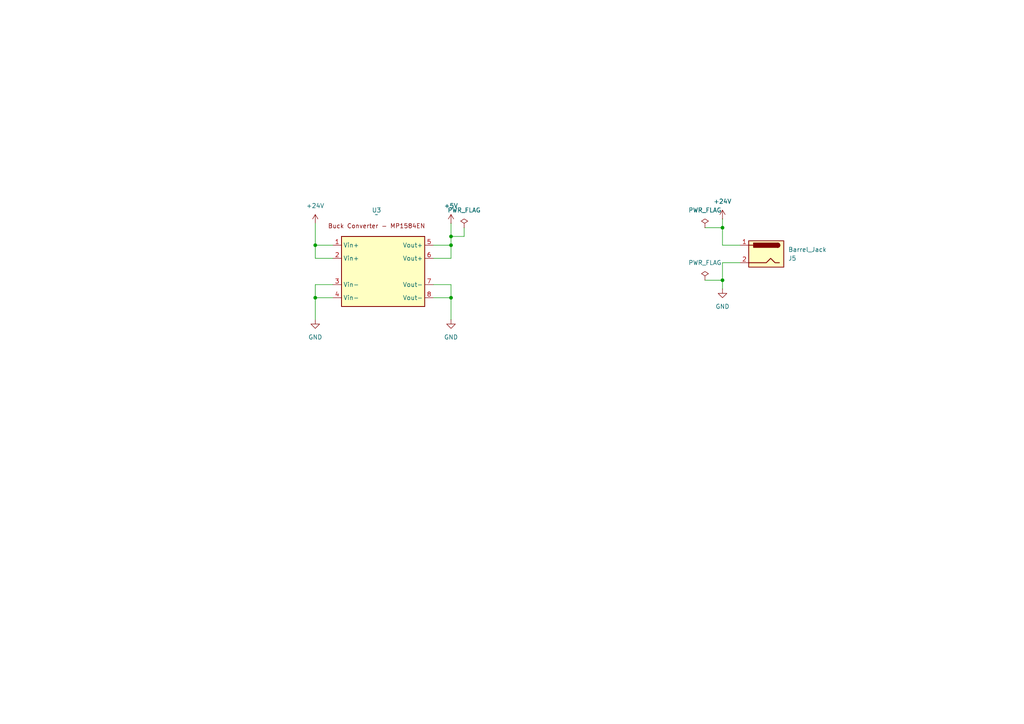
<source format=kicad_sch>
(kicad_sch (version 20231120) (generator "eeschema") (generator_version "8.0")
  (paper "A4")
  (lib_symbols
    (symbol "Connector:Barrel_Jack" (pin_names (offset 1.016))
      (property "Reference" "J" (at 0 5.334 0))
      (property "Value" "Barrel_Jack" (at 0 -5.08 0))
      (symbol "Barrel_Jack_0_1"
        (rectangle (start -5.08 3.81) (end 5.08 -3.81) (stroke (width 0.254)) (fill (type background)))
        (arc (start -3.302 3.175) (mid -3.9343 2.54) (end -3.302 1.905) (stroke (width 0.254)))
        (arc (start -3.302 3.175) (mid -3.9343 2.54) (end -3.302 1.905) (stroke (width 0.254)) (fill (type outline)))
        (polyline (pts (xy 5.08 2.54) (xy 3.81 2.54)) (stroke (width 0.254)))
        (polyline (pts (xy -3.81 -2.54) (xy -2.54 -2.54) (xy -1.27 -1.27) (xy 0 -2.54) (xy 2.54 -2.54) (xy 5.08 -2.54)) (stroke (width 0.254)))
        (rectangle (start 3.683 3.175) (end -3.302 1.905) (stroke (width 0.254)) (fill (type outline)))
      )
      (symbol "Barrel_Jack_1_1"
        (pin passive line (at 7.62 2.54 180) (length 2.54) (name "~") (number "1"))
        (pin passive line (at 7.62 -2.54 180) (length 2.54) (name "~") (number "2"))
      )
    )
    (symbol "New_Library:Buck_7V-24V_5V"
      (property "Reference" "U" (at 0 0 0))
      (symbol "Buck_7V-24V_5V_0_1"
        (rectangle (start -11.43 -6.35) (end 12.7 -26.67) (stroke (width 0.254)) (fill (type background)))
      )
      (symbol "Buck_7V-24V_5V_1_1"
        (text "Buck Converter - MP1584EN" (at -1.27 -3.302 0) (effects (font (size 1.27 1.27))))
        (pin input line (at -13.97 -8.89 0) (length 2.54) (name "Vin+") (number "1"))
        (pin input line (at -13.97 -12.7 0) (length 2.54) (name "Vin+") (number "2"))
        (pin power_in line (at -13.97 -20.32 0) (length 2.54) (name "Vin-") (number "3"))
        (pin power_in line (at -13.97 -24.13 0) (length 2.54) (name "Vin-") (number "4"))
        (pin output line (at 15.24 -8.89 180) (length 2.54) (name "Vout+") (number "5"))
        (pin output line (at 15.24 -12.7 180) (length 2.54) (name "Vout+") (number "6"))
        (pin output line (at 15.24 -20.32 180) (length 2.54) (name "Vout-") (number "7"))
        (pin output line (at 15.24 -24.13 180) (length 2.54) (name "Vout-") (number "8"))
      )
    )
    (symbol "power:+24V" (power) (pin_numbers hide) (pin_names (offset 0) hide)
      (property "Value" "+24V" (at 0 3.556 0))
      (symbol "+24V_0_1"
        (polyline (pts (xy -0.762 1.27) (xy 0 2.54)))
        (polyline (pts (xy 0 0) (xy 0 2.54)))
        (polyline (pts (xy 0 2.54) (xy 0.762 1.27)))
      )
      (symbol "+24V_1_1"
        (pin power_in line (at 0 0 90) (length 0) (name "~") (number "1"))
      )
    )
    (symbol "power:+5V" (power) (pin_numbers hide) (pin_names (offset 0) hide)
      (property "Value" "+5V" (at 0 3.556 0))
      (symbol "+5V_0_1"
        (polyline (pts (xy -0.762 1.27) (xy 0 2.54)))
        (polyline (pts (xy 0 0) (xy 0 2.54)))
        (polyline (pts (xy 0 2.54) (xy 0.762 1.27)))
      )
      (symbol "+5V_1_1"
        (pin power_in line (at 0 0 90) (length 0) (name "~") (number "1"))
      )
    )
    (symbol "power:GND" (power) (pin_numbers hide) (pin_names (offset 0) hide)
      (property "Value" "GND" (at 0 -3.81 0))
      (symbol "GND_0_1"
        (polyline (pts (xy 0 0) (xy 0 -1.27) (xy 1.27 -1.27) (xy 0 -2.54) (xy -1.27 -1.27) (xy 0 -1.27)))
      )
      (symbol "GND_1_1"
        (pin power_in line (at 0 0 270) (length 0) (name "~") (number "1"))
      )
    )
    (symbol "power:PWR_FLAG" (power) (pin_numbers hide) (pin_names (offset 0) hide)
      (property "Value" "PWR_FLAG" (at 0 3.81 0))
      (symbol "PWR_FLAG_0_0"
        (pin power_out line (at 0 0 90) (length 0) (name "~") (number "1"))
      )
      (symbol "PWR_FLAG_0_1"
        (polyline (pts (xy 0 0) (xy 0 1.27) (xy -1.016 1.905) (xy 0 2.54) (xy 1.016 1.905) (xy 0 1.27)))
      )
    )
  )
  (junction (at 130.81 71.12))
  (junction (at 130.81 86.36))
  (junction (at 209.55 81.28))
  (junction (at 91.44 86.36))
  (junction (at 91.44 71.12))
  (junction (at 130.81 68.58))
  (junction (at 209.55 66.04))
  (wire (pts (xy 204.47 81.28) (xy 209.55 81.28)))
  (wire (pts (xy 209.55 66.04) (xy 209.55 63.5)))
  (wire (pts (xy 91.44 86.36) (xy 91.44 92.71)))
  (wire (pts (xy 209.55 76.2) (xy 209.55 81.28)))
  (wire (pts (xy 130.81 64.77) (xy 130.81 68.58)))
  (wire (pts (xy 130.81 71.12) (xy 125.73 71.12)))
  (wire (pts (xy 96.52 74.93) (xy 91.44 74.93)))
  (wire (pts (xy 91.44 74.93) (xy 91.44 71.12)))
  (wire (pts (xy 209.55 71.12) (xy 209.55 66.04)))
  (wire (pts (xy 125.73 86.36) (xy 130.81 86.36)))
  (wire (pts (xy 209.55 81.28) (xy 209.55 83.82)))
  (wire (pts (xy 130.81 71.12) (xy 130.81 74.93)))
  (wire (pts (xy 130.81 86.36) (xy 130.81 92.71)))
  (wire (pts (xy 125.73 82.55) (xy 130.81 82.55)))
  (wire (pts (xy 214.63 76.2) (xy 209.55 76.2)))
  (wire (pts (xy 214.63 71.12) (xy 209.55 71.12)))
  (wire (pts (xy 96.52 82.55) (xy 91.44 82.55)))
  (wire (pts (xy 91.44 86.36) (xy 96.52 86.36)))
  (wire (pts (xy 91.44 82.55) (xy 91.44 86.36)))
  (wire (pts (xy 204.47 66.04) (xy 209.55 66.04)))
  (wire (pts (xy 130.81 74.93) (xy 125.73 74.93)))
  (wire (pts (xy 91.44 71.12) (xy 91.44 64.77)))
  (wire (pts (xy 130.81 68.58) (xy 130.81 71.12)))
  (wire (pts (xy 130.81 82.55) (xy 130.81 86.36)))
  (wire (pts (xy 134.62 66.04) (xy 134.62 68.58)))
  (wire (pts (xy 96.52 71.12) (xy 91.44 71.12)))
  (wire (pts (xy 134.62 68.58) (xy 130.81 68.58)))
  (symbol (lib_id "New_Library:Buck_7V-24V_5V") (at 110.49 62.23 0) (unit 1)
    (property "Reference" "U3" (at 109.22 60.96 0))
    (property "Value" "~" (at 109.22 62.23 0))
    (property "Footprint" "LucasLibrary:Buck_7V-24V_5V" (effects (hide yes)))
  )
  (symbol (lib_id "power:+24V") (at 209.55 63.5 0) (unit 1)
    (property "Reference" "#PWR013" (effects (hide yes)))
    (property "Value" "+24V" (at 209.55 58.42 0))
    (property "Description" "Power symbol creates a global label with name \"+24V\"" (effects (hide yes)))
  )
  (symbol (lib_id "power:+5V") (at 130.81 64.77 0) (unit 1)
    (property "Reference" "#PWR018" (effects (hide yes)))
    (property "Value" "+5V" (at 130.81 59.69 0))
    (property "Description" "Power symbol creates a global label with name \"+5V\"" (effects (hide yes)))
  )
  (symbol (lib_id "power:GND") (at 130.81 92.71 0) (unit 1)
    (property "Reference" "#PWR017" (effects (hide yes)))
    (property "Value" "GND" (at 130.81 97.79 0))
    (property "Description" "Power symbol creates a global label with name \"GND\" , ground" (effects (hide yes)))
  )
  (symbol (lib_id "power:GND") (at 91.44 92.71 0) (unit 1)
    (property "Reference" "#PWR016" (effects (hide yes)))
    (property "Value" "GND" (at 91.44 97.79 0))
    (property "Description" "Power symbol creates a global label with name \"GND\" , ground" (effects (hide yes)))
  )
  (symbol (lib_id "power:GND") (at 209.55 83.82 0) (unit 1)
    (property "Reference" "#PWR014" (effects (hide yes)))
    (property "Value" "GND" (at 209.55 88.9 0))
    (property "Description" "Power symbol creates a global label with name \"GND\" , ground" (effects (hide yes)))
  )
  (symbol (lib_id "power:PWR_FLAG") (at 134.62 66.04 0) (unit 1)
    (property "Reference" "#FLG03" (effects (hide yes)))
    (property "Value" "PWR_FLAG" (at 134.62 60.96 0))
    (property "Description" "Special symbol for telling ERC where power comes from" (effects (hide yes)))
  )
  (symbol (lib_id "power:PWR_FLAG") (at 204.47 81.28 0) (unit 1)
    (property "Reference" "#FLG02" (effects (hide yes)))
    (property "Value" "PWR_FLAG" (at 204.47 76.2 0))
    (property "Description" "Special symbol for telling ERC where power comes from" (effects (hide yes)))
  )
  (symbol (lib_id "Connector:Barrel_Jack") (at 222.25 73.66 0) (mirror y) (unit 1)
    (property "Reference" "J5" (at 228.6 74.9301 0) (effects (justify right)))
    (property "Value" "Barrel_Jack" (at 228.6 72.3901 0) (effects (justify right)))
    (property "Footprint" "Connector_BarrelJack:BarrelJack_GCT_DCJ200-10-A_Horizontal" (effects (hide yes)))
    (property "Description" "DC Barrel Jack" (effects (hide yes)))
  )
  (symbol (lib_id "power:+24V") (at 91.44 64.77 0) (unit 1)
    (property "Reference" "#PWR015" (effects (hide yes)))
    (property "Value" "+24V" (at 91.44 59.69 0))
    (property "Description" "Power symbol creates a global label with name \"+24V\"" (effects (hide yes)))
  )
  (symbol (lib_id "power:PWR_FLAG") (at 204.47 66.04 0) (unit 1)
    (property "Reference" "#FLG01" (effects (hide yes)))
    (property "Value" "PWR_FLAG" (at 204.47 60.96 0))
    (property "Description" "Special symbol for telling ERC where power comes from" (effects (hide yes)))
  )
)
</source>
